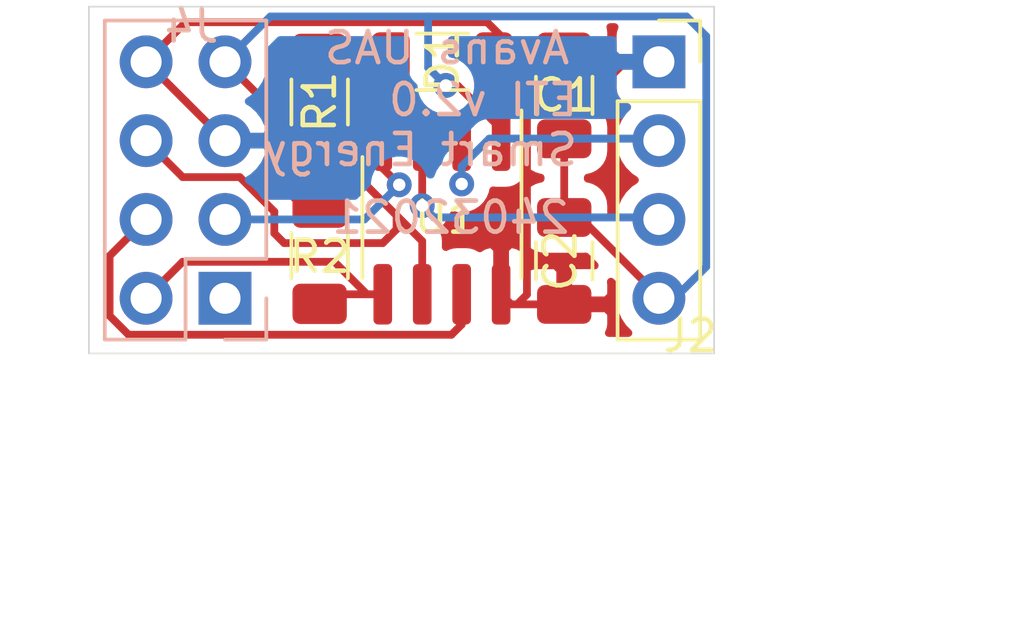
<source format=kicad_pcb>
(kicad_pcb (version 20171130) (host pcbnew "(5.1.9)-1")

  (general
    (thickness 1.6)
    (drawings 10)
    (tracks 89)
    (zones 0)
    (modules 8)
    (nets 11)
  )

  (page A4)
  (layers
    (0 F.Cu signal)
    (31 B.Cu signal)
    (32 B.Adhes user)
    (33 F.Adhes user)
    (34 B.Paste user)
    (35 F.Paste user)
    (36 B.SilkS user)
    (37 F.SilkS user)
    (38 B.Mask user)
    (39 F.Mask user)
    (40 Dwgs.User user)
    (41 Cmts.User user)
    (42 Eco1.User user)
    (43 Eco2.User user)
    (44 Edge.Cuts user)
    (45 Margin user)
    (46 B.CrtYd user)
    (47 F.CrtYd user)
    (48 B.Fab user)
    (49 F.Fab user hide)
  )

  (setup
    (last_trace_width 0.25)
    (trace_clearance 0.2)
    (zone_clearance 0.508)
    (zone_45_only no)
    (trace_min 0.2)
    (via_size 0.8)
    (via_drill 0.4)
    (via_min_size 0.4)
    (via_min_drill 0.3)
    (uvia_size 0.3)
    (uvia_drill 0.1)
    (uvias_allowed no)
    (uvia_min_size 0.2)
    (uvia_min_drill 0.1)
    (edge_width 0.05)
    (segment_width 0.2)
    (pcb_text_width 0.3)
    (pcb_text_size 1.5 1.5)
    (mod_edge_width 0.12)
    (mod_text_size 1 1)
    (mod_text_width 0.15)
    (pad_size 1.524 1.524)
    (pad_drill 0.762)
    (pad_to_mask_clearance 0.051)
    (solder_mask_min_width 0.25)
    (aux_axis_origin 0 0)
    (visible_elements 7FFFFFFF)
    (pcbplotparams
      (layerselection 0x010fc_ffffffff)
      (usegerberextensions false)
      (usegerberattributes false)
      (usegerberadvancedattributes true)
      (creategerberjobfile false)
      (excludeedgelayer false)
      (linewidth 0.100000)
      (plotframeref false)
      (viasonmask false)
      (mode 1)
      (useauxorigin true)
      (hpglpennumber 1)
      (hpglpenspeed 20)
      (hpglpendiameter 15.000000)
      (psnegative false)
      (psa4output false)
      (plotreference true)
      (plotvalue true)
      (plotinvisibletext false)
      (padsonsilk false)
      (subtractmaskfromsilk false)
      (outputformat 1)
      (mirror false)
      (drillshape 0)
      (scaleselection 1)
      (outputdirectory "gerber/"))
  )

  (net 0 "")
  (net 1 "Net-(D1-Pad2)")
  (net 2 VCC)
  (net 3 IRQ)
  (net 4 CSN)
  (net 5 CE)
  (net 6 DATA_BOTTOM_CLK)
  (net 7 DATA_BOTTOM)
  (net 8 DATA_TOP_CLK)
  (net 9 DATA_TOP)
  (net 10 MISO)

  (net_class Default "This is the default net class."
    (clearance 0.2)
    (trace_width 0.25)
    (via_dia 0.8)
    (via_drill 0.4)
    (uvia_dia 0.3)
    (uvia_drill 0.1)
    (add_net CE)
    (add_net CSN)
    (add_net DATA_BOTTOM)
    (add_net DATA_BOTTOM_CLK)
    (add_net DATA_TOP)
    (add_net DATA_TOP_CLK)
    (add_net IRQ)
    (add_net MISO)
    (add_net "Net-(D1-Pad2)")
    (add_net VCC)
  )

  (module Capacitor_SMD:C_1206_3216Metric (layer F.Cu) (tedit 5B301BBE) (tstamp 605AE9F2)
    (at 153.289 39.373 90)
    (descr "Capacitor SMD 1206 (3216 Metric), square (rectangular) end terminal, IPC_7351 nominal, (Body size source: http://www.tortai-tech.com/upload/download/2011102023233369053.pdf), generated with kicad-footprint-generator")
    (tags capacitor)
    (path /5EB59CE1)
    (attr smd)
    (fp_text reference C1 (at 0.003 0 180) (layer F.SilkS)
      (effects (font (size 1 1) (thickness 0.15)))
    )
    (fp_text value 10nF (at 0 1.82 270) (layer F.Fab)
      (effects (font (size 1 1) (thickness 0.15)))
    )
    (fp_line (start 2.28 1.12) (end -2.28 1.12) (layer F.CrtYd) (width 0.05))
    (fp_line (start 2.28 -1.12) (end 2.28 1.12) (layer F.CrtYd) (width 0.05))
    (fp_line (start -2.28 -1.12) (end 2.28 -1.12) (layer F.CrtYd) (width 0.05))
    (fp_line (start -2.28 1.12) (end -2.28 -1.12) (layer F.CrtYd) (width 0.05))
    (fp_line (start -0.602064 0.91) (end 0.602064 0.91) (layer F.SilkS) (width 0.12))
    (fp_line (start -0.602064 -0.91) (end 0.602064 -0.91) (layer F.SilkS) (width 0.12))
    (fp_line (start 1.6 0.8) (end -1.6 0.8) (layer F.Fab) (width 0.1))
    (fp_line (start 1.6 -0.8) (end 1.6 0.8) (layer F.Fab) (width 0.1))
    (fp_line (start -1.6 -0.8) (end 1.6 -0.8) (layer F.Fab) (width 0.1))
    (fp_line (start -1.6 0.8) (end -1.6 -0.8) (layer F.Fab) (width 0.1))
    (fp_text user %R (at 0 0 270) (layer F.Fab)
      (effects (font (size 0.8 0.8) (thickness 0.12)))
    )
    (pad 1 smd roundrect (at -1.4 0 90) (size 1.25 1.75) (layers F.Cu F.Paste F.Mask) (roundrect_rratio 0.2)
      (net 2 VCC))
    (pad 2 smd roundrect (at 1.4 0 90) (size 1.25 1.75) (layers F.Cu F.Paste F.Mask) (roundrect_rratio 0.2)
      (net 4 CSN))
    (model ${KISYS3DMOD}/Capacitor_SMD.3dshapes/C_1206_3216Metric.wrl
      (at (xyz 0 0 0))
      (scale (xyz 1 1 1))
      (rotate (xyz 0 0 0))
    )
  )

  (module Capacitor_SMD:C_1206_3216Metric (layer F.Cu) (tedit 5B301BBE) (tstamp 605AE9C2)
    (at 153.289 44.707 270)
    (descr "Capacitor SMD 1206 (3216 Metric), square (rectangular) end terminal, IPC_7351 nominal, (Body size source: http://www.tortai-tech.com/upload/download/2011102023233369053.pdf), generated with kicad-footprint-generator")
    (tags capacitor)
    (path /5EB5A1CC)
    (attr smd)
    (fp_text reference C2 (at -0.003 0.127 270) (layer F.SilkS)
      (effects (font (size 1 1) (thickness 0.15)))
    )
    (fp_text value 10uF (at 0 1.82 90) (layer F.Fab)
      (effects (font (size 1 1) (thickness 0.15)))
    )
    (fp_line (start 2.28 1.12) (end -2.28 1.12) (layer F.CrtYd) (width 0.05))
    (fp_line (start 2.28 -1.12) (end 2.28 1.12) (layer F.CrtYd) (width 0.05))
    (fp_line (start -2.28 -1.12) (end 2.28 -1.12) (layer F.CrtYd) (width 0.05))
    (fp_line (start -2.28 1.12) (end -2.28 -1.12) (layer F.CrtYd) (width 0.05))
    (fp_line (start -0.602064 0.91) (end 0.602064 0.91) (layer F.SilkS) (width 0.12))
    (fp_line (start -0.602064 -0.91) (end 0.602064 -0.91) (layer F.SilkS) (width 0.12))
    (fp_line (start 1.6 0.8) (end -1.6 0.8) (layer F.Fab) (width 0.1))
    (fp_line (start 1.6 -0.8) (end 1.6 0.8) (layer F.Fab) (width 0.1))
    (fp_line (start -1.6 -0.8) (end 1.6 -0.8) (layer F.Fab) (width 0.1))
    (fp_line (start -1.6 0.8) (end -1.6 -0.8) (layer F.Fab) (width 0.1))
    (fp_text user %R (at 0 0 90) (layer F.Fab)
      (effects (font (size 0.8 0.8) (thickness 0.12)))
    )
    (pad 1 smd roundrect (at -1.4 0 270) (size 1.25 1.75) (layers F.Cu F.Paste F.Mask) (roundrect_rratio 0.2)
      (net 2 VCC))
    (pad 2 smd roundrect (at 1.4 0 270) (size 1.25 1.75) (layers F.Cu F.Paste F.Mask) (roundrect_rratio 0.2)
      (net 4 CSN))
    (model ${KISYS3DMOD}/Capacitor_SMD.3dshapes/C_1206_3216Metric.wrl
      (at (xyz 0 0 0))
      (scale (xyz 1 1 1))
      (rotate (xyz 0 0 0))
    )
  )

  (module Inductor_SMD:L_1206_3216Metric_Pad1.22x1.90mm_HandSolder (layer F.Cu) (tedit 5F68FEF0) (tstamp 605AE93B)
    (at 149.3635 38.2905 180)
    (descr "Inductor SMD 1206 (3216 Metric), square (rectangular) end terminal, IPC_7351 nominal with elongated pad for handsoldering. (Body size source: IPC-SM-782 page 80, https://www.pcb-3d.com/wordpress/wp-content/uploads/ipc-sm-782a_amendment_1_and_2.pdf), generated with kicad-footprint-generator")
    (tags "inductor handsolder")
    (path /605D332F)
    (attr smd)
    (fp_text reference D1 (at -0.0115 0 270) (layer F.SilkS)
      (effects (font (size 1 1) (thickness 0.15)))
    )
    (fp_text value LED (at 0 1.9) (layer F.Fab)
      (effects (font (size 1 1) (thickness 0.15)))
    )
    (fp_line (start -1.6 0.8) (end -1.6 -0.8) (layer F.Fab) (width 0.1))
    (fp_line (start -1.6 -0.8) (end 1.6 -0.8) (layer F.Fab) (width 0.1))
    (fp_line (start 1.6 -0.8) (end 1.6 0.8) (layer F.Fab) (width 0.1))
    (fp_line (start 1.6 0.8) (end -1.6 0.8) (layer F.Fab) (width 0.1))
    (fp_line (start -0.835242 -0.91) (end 0.835242 -0.91) (layer F.SilkS) (width 0.12))
    (fp_line (start -0.835242 0.91) (end 0.835242 0.91) (layer F.SilkS) (width 0.12))
    (fp_line (start -2.52 1.2) (end -2.52 -1.2) (layer F.CrtYd) (width 0.05))
    (fp_line (start -2.52 -1.2) (end 2.52 -1.2) (layer F.CrtYd) (width 0.05))
    (fp_line (start 2.52 -1.2) (end 2.52 1.2) (layer F.CrtYd) (width 0.05))
    (fp_line (start 2.52 1.2) (end -2.52 1.2) (layer F.CrtYd) (width 0.05))
    (fp_text user %R (at 0 0) (layer F.Fab)
      (effects (font (size 0.8 0.8) (thickness 0.12)))
    )
    (pad 1 smd roundrect (at -1.6625 0 180) (size 1.225 1.9) (layers F.Cu F.Paste F.Mask) (roundrect_rratio 0.204082)
      (net 4 CSN))
    (pad 2 smd roundrect (at 1.6625 0 180) (size 1.225 1.9) (layers F.Cu F.Paste F.Mask) (roundrect_rratio 0.204082)
      (net 1 "Net-(D1-Pad2)"))
    (model ${KISYS3DMOD}/Inductor_SMD.3dshapes/L_1206_3216Metric.wrl
      (at (xyz 0 0 0))
      (scale (xyz 1 1 1))
      (rotate (xyz 0 0 0))
    )
  )

  (module Connector_PinSocket_2.54mm:PinSocket_1x04_P2.54mm_Vertical (layer F.Cu) (tedit 5A19A429) (tstamp 605AE8FD)
    (at 156.337 38.2905)
    (descr "Through hole straight socket strip, 1x04, 2.54mm pitch, single row (from Kicad 4.0.7), script generated")
    (tags "Through hole socket strip THT 1x04 2.54mm single row")
    (path /605FE1C2)
    (fp_text reference J2 (at 1.016 8.8265) (layer F.SilkS)
      (effects (font (size 1 1) (thickness 0.15)))
    )
    (fp_text value Conn_01x04_Female (at 0 10.39) (layer F.Fab)
      (effects (font (size 1 1) (thickness 0.15)))
    )
    (fp_line (start -1.8 9.4) (end -1.8 -1.8) (layer F.CrtYd) (width 0.05))
    (fp_line (start 1.75 9.4) (end -1.8 9.4) (layer F.CrtYd) (width 0.05))
    (fp_line (start 1.75 -1.8) (end 1.75 9.4) (layer F.CrtYd) (width 0.05))
    (fp_line (start -1.8 -1.8) (end 1.75 -1.8) (layer F.CrtYd) (width 0.05))
    (fp_line (start 0 -1.33) (end 1.33 -1.33) (layer F.SilkS) (width 0.12))
    (fp_line (start 1.33 -1.33) (end 1.33 0) (layer F.SilkS) (width 0.12))
    (fp_line (start 1.33 1.27) (end 1.33 8.95) (layer F.SilkS) (width 0.12))
    (fp_line (start -1.33 8.95) (end 1.33 8.95) (layer F.SilkS) (width 0.12))
    (fp_line (start -1.33 1.27) (end -1.33 8.95) (layer F.SilkS) (width 0.12))
    (fp_line (start -1.33 1.27) (end 1.33 1.27) (layer F.SilkS) (width 0.12))
    (fp_line (start -1.27 8.89) (end -1.27 -1.27) (layer F.Fab) (width 0.1))
    (fp_line (start 1.27 8.89) (end -1.27 8.89) (layer F.Fab) (width 0.1))
    (fp_line (start 1.27 -0.635) (end 1.27 8.89) (layer F.Fab) (width 0.1))
    (fp_line (start 0.635 -1.27) (end 1.27 -0.635) (layer F.Fab) (width 0.1))
    (fp_line (start -1.27 -1.27) (end 0.635 -1.27) (layer F.Fab) (width 0.1))
    (fp_text user %R (at 0 3.81 90) (layer F.Fab)
      (effects (font (size 1 1) (thickness 0.15)))
    )
    (pad 4 thru_hole oval (at 0 7.62) (size 1.7 1.7) (drill 1) (layers *.Cu *.Mask)
      (net 2 VCC))
    (pad 3 thru_hole oval (at 0 5.08) (size 1.7 1.7) (drill 1) (layers *.Cu *.Mask)
      (net 8 DATA_TOP_CLK))
    (pad 2 thru_hole oval (at 0 2.54) (size 1.7 1.7) (drill 1) (layers *.Cu *.Mask)
      (net 9 DATA_TOP))
    (pad 1 thru_hole rect (at 0 0) (size 1.7 1.7) (drill 1) (layers *.Cu *.Mask)
      (net 4 CSN))
    (model ${KISYS3DMOD}/Connector_PinSocket_2.54mm.3dshapes/PinSocket_1x04_P2.54mm_Vertical.wrl
      (at (xyz 0 0 0))
      (scale (xyz 1 1 1))
      (rotate (xyz 0 0 0))
    )
  )

  (module Resistor_SMD:R_1206_3216Metric_Pad1.30x1.75mm_HandSolder (layer F.Cu) (tedit 5F68FEEE) (tstamp 605AE896)
    (at 145.415 39.5865 270)
    (descr "Resistor SMD 1206 (3216 Metric), square (rectangular) end terminal, IPC_7351 nominal with elongated pad for handsoldering. (Body size source: IPC-SM-782 page 72, https://www.pcb-3d.com/wordpress/wp-content/uploads/ipc-sm-782a_amendment_1_and_2.pdf), generated with kicad-footprint-generator")
    (tags "resistor handsolder")
    (path /605D300C)
    (attr smd)
    (fp_text reference R1 (at 0 0 90) (layer F.SilkS)
      (effects (font (size 1 1) (thickness 0.15)))
    )
    (fp_text value 220 (at 0 1.82 90) (layer F.Fab)
      (effects (font (size 1 1) (thickness 0.15)))
    )
    (fp_line (start 2.45 1.12) (end -2.45 1.12) (layer F.CrtYd) (width 0.05))
    (fp_line (start 2.45 -1.12) (end 2.45 1.12) (layer F.CrtYd) (width 0.05))
    (fp_line (start -2.45 -1.12) (end 2.45 -1.12) (layer F.CrtYd) (width 0.05))
    (fp_line (start -2.45 1.12) (end -2.45 -1.12) (layer F.CrtYd) (width 0.05))
    (fp_line (start -0.727064 0.91) (end 0.727064 0.91) (layer F.SilkS) (width 0.12))
    (fp_line (start -0.727064 -0.91) (end 0.727064 -0.91) (layer F.SilkS) (width 0.12))
    (fp_line (start 1.6 0.8) (end -1.6 0.8) (layer F.Fab) (width 0.1))
    (fp_line (start 1.6 -0.8) (end 1.6 0.8) (layer F.Fab) (width 0.1))
    (fp_line (start -1.6 -0.8) (end 1.6 -0.8) (layer F.Fab) (width 0.1))
    (fp_line (start -1.6 0.8) (end -1.6 -0.8) (layer F.Fab) (width 0.1))
    (fp_text user %R (at 0 0 90) (layer F.Fab)
      (effects (font (size 0.8 0.8) (thickness 0.12)))
    )
    (pad 2 smd roundrect (at 1.55 0 270) (size 1.3 1.75) (layers F.Cu F.Paste F.Mask) (roundrect_rratio 0.192308)
      (net 5 CE))
    (pad 1 smd roundrect (at -1.55 0 270) (size 1.3 1.75) (layers F.Cu F.Paste F.Mask) (roundrect_rratio 0.192308)
      (net 1 "Net-(D1-Pad2)"))
    (model ${KISYS3DMOD}/Resistor_SMD.3dshapes/R_1206_3216Metric.wrl
      (at (xyz 0 0 0))
      (scale (xyz 1 1 1))
      (rotate (xyz 0 0 0))
    )
  )

  (module Resistor_SMD:R_1206_3216Metric_Pad1.30x1.75mm_HandSolder (layer F.Cu) (tedit 5F68FEEE) (tstamp 605AE8C6)
    (at 145.415 44.5395 90)
    (descr "Resistor SMD 1206 (3216 Metric), square (rectangular) end terminal, IPC_7351 nominal with elongated pad for handsoldering. (Body size source: IPC-SM-782 page 72, https://www.pcb-3d.com/wordpress/wp-content/uploads/ipc-sm-782a_amendment_1_and_2.pdf), generated with kicad-footprint-generator")
    (tags "resistor handsolder")
    (path /605C3635)
    (attr smd)
    (fp_text reference R2 (at -0.026 0 180) (layer F.SilkS)
      (effects (font (size 1 1) (thickness 0.15)))
    )
    (fp_text value 100k (at 0 1.82 90) (layer F.Fab)
      (effects (font (size 1 1) (thickness 0.15)))
    )
    (fp_line (start -1.6 0.8) (end -1.6 -0.8) (layer F.Fab) (width 0.1))
    (fp_line (start -1.6 -0.8) (end 1.6 -0.8) (layer F.Fab) (width 0.1))
    (fp_line (start 1.6 -0.8) (end 1.6 0.8) (layer F.Fab) (width 0.1))
    (fp_line (start 1.6 0.8) (end -1.6 0.8) (layer F.Fab) (width 0.1))
    (fp_line (start -0.727064 -0.91) (end 0.727064 -0.91) (layer F.SilkS) (width 0.12))
    (fp_line (start -0.727064 0.91) (end 0.727064 0.91) (layer F.SilkS) (width 0.12))
    (fp_line (start -2.45 1.12) (end -2.45 -1.12) (layer F.CrtYd) (width 0.05))
    (fp_line (start -2.45 -1.12) (end 2.45 -1.12) (layer F.CrtYd) (width 0.05))
    (fp_line (start 2.45 -1.12) (end 2.45 1.12) (layer F.CrtYd) (width 0.05))
    (fp_line (start 2.45 1.12) (end -2.45 1.12) (layer F.CrtYd) (width 0.05))
    (fp_text user %R (at 0 0 90) (layer F.Fab)
      (effects (font (size 0.8 0.8) (thickness 0.12)))
    )
    (pad 1 smd roundrect (at -1.55 0 90) (size 1.3 1.75) (layers F.Cu F.Paste F.Mask) (roundrect_rratio 0.192308)
      (net 10 MISO))
    (pad 2 smd roundrect (at 1.55 0 90) (size 1.3 1.75) (layers F.Cu F.Paste F.Mask) (roundrect_rratio 0.192308)
      (net 2 VCC))
    (model ${KISYS3DMOD}/Resistor_SMD.3dshapes/R_1206_3216Metric.wrl
      (at (xyz 0 0 0))
      (scale (xyz 1 1 1))
      (rotate (xyz 0 0 0))
    )
  )

  (module Package_SO:SOIC-8_3.9x4.9mm_P1.27mm (layer F.Cu) (tedit 5D9F72B1) (tstamp 605AE854)
    (at 149.352 43.307 270)
    (descr "SOIC, 8 Pin (JEDEC MS-012AA, https://www.analog.com/media/en/package-pcb-resources/package/pkg_pdf/soic_narrow-r/r_8.pdf), generated with kicad-footprint-generator ipc_gullwing_generator.py")
    (tags "SOIC SO")
    (path /605A875E)
    (attr smd)
    (fp_text reference U1 (at 0 -0.127 180) (layer F.SilkS)
      (effects (font (size 1 1) (thickness 0.15)))
    )
    (fp_text value ATtiny202-SS (at 0 3.4 90) (layer F.Fab)
      (effects (font (size 1 1) (thickness 0.15)))
    )
    (fp_line (start 0 2.56) (end 1.95 2.56) (layer F.SilkS) (width 0.12))
    (fp_line (start 0 2.56) (end -1.95 2.56) (layer F.SilkS) (width 0.12))
    (fp_line (start 0 -2.56) (end 1.95 -2.56) (layer F.SilkS) (width 0.12))
    (fp_line (start 0 -2.56) (end -3.45 -2.56) (layer F.SilkS) (width 0.12))
    (fp_line (start -0.975 -2.45) (end 1.95 -2.45) (layer F.Fab) (width 0.1))
    (fp_line (start 1.95 -2.45) (end 1.95 2.45) (layer F.Fab) (width 0.1))
    (fp_line (start 1.95 2.45) (end -1.95 2.45) (layer F.Fab) (width 0.1))
    (fp_line (start -1.95 2.45) (end -1.95 -1.475) (layer F.Fab) (width 0.1))
    (fp_line (start -1.95 -1.475) (end -0.975 -2.45) (layer F.Fab) (width 0.1))
    (fp_line (start -3.7 -2.7) (end -3.7 2.7) (layer F.CrtYd) (width 0.05))
    (fp_line (start -3.7 2.7) (end 3.7 2.7) (layer F.CrtYd) (width 0.05))
    (fp_line (start 3.7 2.7) (end 3.7 -2.7) (layer F.CrtYd) (width 0.05))
    (fp_line (start 3.7 -2.7) (end -3.7 -2.7) (layer F.CrtYd) (width 0.05))
    (fp_text user %R (at 0 0 90) (layer F.Fab)
      (effects (font (size 0.98 0.98) (thickness 0.15)))
    )
    (pad 1 smd roundrect (at -2.475 -1.905 270) (size 1.95 0.6) (layers F.Cu F.Paste F.Mask) (roundrect_rratio 0.25)
      (net 2 VCC))
    (pad 2 smd roundrect (at -2.475 -0.635 270) (size 1.95 0.6) (layers F.Cu F.Paste F.Mask) (roundrect_rratio 0.25)
      (net 9 DATA_TOP))
    (pad 3 smd roundrect (at -2.475 0.635 270) (size 1.95 0.6) (layers F.Cu F.Paste F.Mask) (roundrect_rratio 0.25)
      (net 8 DATA_TOP_CLK))
    (pad 4 smd roundrect (at -2.475 1.905 270) (size 1.95 0.6) (layers F.Cu F.Paste F.Mask) (roundrect_rratio 0.25)
      (net 7 DATA_BOTTOM))
    (pad 5 smd roundrect (at 2.475 1.905 270) (size 1.95 0.6) (layers F.Cu F.Paste F.Mask) (roundrect_rratio 0.25)
      (net 10 MISO))
    (pad 6 smd roundrect (at 2.475 0.635 270) (size 1.95 0.6) (layers F.Cu F.Paste F.Mask) (roundrect_rratio 0.25)
      (net 5 CE))
    (pad 7 smd roundrect (at 2.475 -0.635 270) (size 1.95 0.6) (layers F.Cu F.Paste F.Mask) (roundrect_rratio 0.25)
      (net 6 DATA_BOTTOM_CLK))
    (pad 8 smd roundrect (at 2.475 -1.905 270) (size 1.95 0.6) (layers F.Cu F.Paste F.Mask) (roundrect_rratio 0.25)
      (net 4 CSN))
    (model ${KISYS3DMOD}/Package_SO.3dshapes/SOIC-8_3.9x4.9mm_P1.27mm.wrl
      (at (xyz 0 0 0))
      (scale (xyz 1 1 1))
      (rotate (xyz 0 0 0))
    )
  )

  (module Connector_PinSocket_2.54mm:PinSocket_2x04_P2.54mm_Vertical (layer B.Cu) (tedit 5A19A422) (tstamp 605AE978)
    (at 142.367 45.9105)
    (descr "Through hole straight socket strip, 2x04, 2.54mm pitch, double cols (from Kicad 4.0.7), script generated")
    (tags "Through hole socket strip THT 2x04 2.54mm double row")
    (path /5EB66DC4)
    (fp_text reference J4 (at -1.0795 -8.763) (layer B.SilkS)
      (effects (font (size 1 1) (thickness 0.15)) (justify mirror))
    )
    (fp_text value Conn_02x04_Odd_Even (at 1.3335 9.7155) (layer B.Fab)
      (effects (font (size 1 1) (thickness 0.15)) (justify mirror))
    )
    (fp_line (start -3.81 1.27) (end 0.27 1.27) (layer B.Fab) (width 0.1))
    (fp_line (start 0.27 1.27) (end 1.27 0.27) (layer B.Fab) (width 0.1))
    (fp_line (start 1.27 0.27) (end 1.27 -8.89) (layer B.Fab) (width 0.1))
    (fp_line (start 1.27 -8.89) (end -3.81 -8.89) (layer B.Fab) (width 0.1))
    (fp_line (start -3.81 -8.89) (end -3.81 1.27) (layer B.Fab) (width 0.1))
    (fp_line (start -3.87 1.33) (end -1.27 1.33) (layer B.SilkS) (width 0.12))
    (fp_line (start -3.87 1.33) (end -3.87 -8.95) (layer B.SilkS) (width 0.12))
    (fp_line (start -3.87 -8.95) (end 1.33 -8.95) (layer B.SilkS) (width 0.12))
    (fp_line (start 1.33 -1.27) (end 1.33 -8.95) (layer B.SilkS) (width 0.12))
    (fp_line (start -1.27 -1.27) (end 1.33 -1.27) (layer B.SilkS) (width 0.12))
    (fp_line (start -1.27 1.33) (end -1.27 -1.27) (layer B.SilkS) (width 0.12))
    (fp_line (start 1.33 1.33) (end 1.33 0) (layer B.SilkS) (width 0.12))
    (fp_line (start 0 1.33) (end 1.33 1.33) (layer B.SilkS) (width 0.12))
    (fp_line (start -4.34 1.8) (end 1.76 1.8) (layer B.CrtYd) (width 0.05))
    (fp_line (start 1.76 1.8) (end 1.76 -9.4) (layer B.CrtYd) (width 0.05))
    (fp_line (start 1.76 -9.4) (end -4.34 -9.4) (layer B.CrtYd) (width 0.05))
    (fp_line (start -4.34 -9.4) (end -4.34 1.8) (layer B.CrtYd) (width 0.05))
    (fp_text user %R (at -1.27 -3.81 270) (layer B.Fab)
      (effects (font (size 1 1) (thickness 0.15)) (justify mirror))
    )
    (pad 1 thru_hole rect (at 0 0) (size 1.7 1.7) (drill 1) (layers *.Cu *.Mask)
      (net 3 IRQ))
    (pad 2 thru_hole oval (at -2.54 0) (size 1.7 1.7) (drill 1) (layers *.Cu *.Mask)
      (net 10 MISO))
    (pad 3 thru_hole oval (at 0 -2.54) (size 1.7 1.7) (drill 1) (layers *.Cu *.Mask)
      (net 7 DATA_BOTTOM))
    (pad 4 thru_hole oval (at -2.54 -2.54) (size 1.7 1.7) (drill 1) (layers *.Cu *.Mask)
      (net 6 DATA_BOTTOM_CLK))
    (pad 5 thru_hole oval (at 0 -5.08) (size 1.7 1.7) (drill 1) (layers *.Cu *.Mask)
      (net 4 CSN))
    (pad 6 thru_hole oval (at -2.54 -5.08) (size 1.7 1.7) (drill 1) (layers *.Cu *.Mask)
      (net 5 CE))
    (pad 7 thru_hole oval (at 0 -7.62) (size 1.7 1.7) (drill 1) (layers *.Cu *.Mask)
      (net 2 VCC))
    (pad 8 thru_hole oval (at -2.54 -7.62) (size 1.7 1.7) (drill 1) (layers *.Cu *.Mask)
      (net 4 CSN))
    (model ${KISYS3DMOD}/Connector_PinSocket_2.54mm.3dshapes/PinSocket_2x04_P2.54mm_Vertical.wrl
      (at (xyz 0 0 0))
      (scale (xyz 1 1 1))
      (rotate (xyz 0 0 0))
    )
  )

  (dimension 11.198035 (width 0.15) (layer Dwgs.User)
    (gr_text "11,198 mm" (at 164.443503 42.07364 -89.85673527) (layer Dwgs.User)
      (effects (font (size 1 1) (thickness 0.15)))
    )
    (feature1 (pts (xy 158.087 36.4905) (xy 163.715926 36.476425)))
    (feature2 (pts (xy 158.115 47.6885) (xy 163.743926 47.674425)))
    (crossbar (pts (xy 163.157507 47.675891) (xy 163.129507 36.477891)))
    (arrow1a (pts (xy 163.129507 36.477891) (xy 163.718743 37.602925)))
    (arrow1b (pts (xy 163.129507 36.477891) (xy 162.545905 37.605858)))
    (arrow2a (pts (xy 163.157507 47.675891) (xy 163.741109 46.547924)))
    (arrow2b (pts (xy 163.157507 47.675891) (xy 162.568271 46.550857)))
  )
  (dimension 20.1295 (width 0.15) (layer Dwgs.User)
    (gr_text "20,130 mm" (at 148.05025 51.465) (layer Dwgs.User)
      (effects (font (size 1 1) (thickness 0.15)))
    )
    (feature1 (pts (xy 158.115 47.6885) (xy 158.115 50.751421)))
    (feature2 (pts (xy 137.9855 47.6885) (xy 137.9855 50.751421)))
    (crossbar (pts (xy 137.9855 50.165) (xy 158.115 50.165)))
    (arrow1a (pts (xy 158.115 50.165) (xy 156.988496 50.751421)))
    (arrow1b (pts (xy 158.115 50.165) (xy 156.988496 49.578579)))
    (arrow2a (pts (xy 137.9855 50.165) (xy 139.112004 50.751421)))
    (arrow2b (pts (xy 137.9855 50.165) (xy 139.112004 49.578579)))
  )
  (gr_line (start 137.9855 36.5125) (end 138.049 36.5125) (layer Edge.Cuts) (width 0.05) (tstamp 605AEE23))
  (gr_line (start 137.9855 47.6885) (end 137.9855 36.5125) (layer Edge.Cuts) (width 0.05))
  (gr_line (start 158.115 47.6885) (end 137.9855 47.6885) (layer Edge.Cuts) (width 0.05))
  (gr_line (start 158.115 36.5125) (end 158.115 47.6885) (layer Edge.Cuts) (width 0.05))
  (gr_line (start 138.049 36.5125) (end 158.115 36.5125) (layer Edge.Cuts) (width 0.05))
  (gr_text "ETI v2.0\nSmart Energy" (at 153.797 40.3225) (layer B.SilkS) (tstamp 5EB72784)
    (effects (font (size 1 1) (thickness 0.15)) (justify left mirror))
  )
  (gr_text 24032021 (at 153.543 43.307) (layer B.SilkS) (tstamp 5EB72782)
    (effects (font (size 1 1) (thickness 0.15)) (justify left mirror))
  )
  (gr_text "Avans UAS" (at 153.543 37.846) (layer B.SilkS)
    (effects (font (size 1 1) (thickness 0.15)) (justify left mirror))
  )

  (segment (start 147.447 38.0365) (end 147.701 38.2905) (width 0.25) (layer F.Cu) (net 1))
  (segment (start 145.415 38.0365) (end 147.447 38.0365) (width 0.25) (layer F.Cu) (net 1))
  (segment (start 153.289 40.773) (end 153.289 43.307) (width 0.25) (layer F.Cu) (net 2))
  (segment (start 153.797 43.307) (end 153.289 43.307) (width 0.25) (layer F.Cu) (net 2))
  (segment (start 156.337 45.847) (end 153.797 43.307) (width 0.25) (layer F.Cu) (net 2))
  (segment (start 144.907 42.9895) (end 145.415 42.9895) (width 0.25) (layer F.Cu) (net 2))
  (segment (start 143.8275 39.751) (end 143.8275 41.91) (width 0.25) (layer F.Cu) (net 2))
  (segment (start 143.8275 41.91) (end 144.907 42.9895) (width 0.25) (layer F.Cu) (net 2))
  (segment (start 142.367 38.2905) (end 143.8275 39.751) (width 0.25) (layer F.Cu) (net 2))
  (segment (start 143.8275 36.83) (end 142.367 38.2905) (width 0.25) (layer B.Cu) (net 2))
  (segment (start 157.861 37.465) (end 157.226 36.83) (width 0.25) (layer B.Cu) (net 2))
  (segment (start 157.861 44.7675) (end 157.861 44.8945) (width 0.25) (layer B.Cu) (net 2))
  (segment (start 157.861 44.7675) (end 157.861 37.465) (width 0.25) (layer B.Cu) (net 2))
  (segment (start 156.9085 45.847) (end 156.337 45.847) (width 0.25) (layer B.Cu) (net 2))
  (segment (start 156.845 45.9105) (end 157.48 45.2755) (width 0.25) (layer B.Cu) (net 2))
  (segment (start 156.337 45.9105) (end 156.845 45.9105) (width 0.25) (layer B.Cu) (net 2))
  (segment (start 157.48 45.2755) (end 156.9085 45.847) (width 0.25) (layer B.Cu) (net 2))
  (segment (start 157.861 44.8945) (end 157.48 45.2755) (width 0.25) (layer B.Cu) (net 2))
  (via (at 149.479 39.0525) (size 0.8) (drill 0.4) (layers F.Cu B.Cu) (net 2))
  (segment (start 148.9075 36.83) (end 148.9075 38.481) (width 0.25) (layer B.Cu) (net 2))
  (segment (start 148.9075 38.481) (end 149.479 39.0525) (width 0.25) (layer B.Cu) (net 2))
  (segment (start 157.226 36.83) (end 148.9075 36.83) (width 0.25) (layer B.Cu) (net 2))
  (segment (start 148.9075 36.83) (end 143.8275 36.83) (width 0.25) (layer B.Cu) (net 2))
  (segment (start 151.257 40.455232) (end 151.257 40.832) (width 0.25) (layer F.Cu) (net 2))
  (segment (start 149.854268 39.0525) (end 151.257 40.455232) (width 0.25) (layer F.Cu) (net 2))
  (segment (start 149.479 39.0525) (end 149.854268 39.0525) (width 0.25) (layer F.Cu) (net 2))
  (segment (start 152.9715 38.2905) (end 153.289 37.973) (width 0.25) (layer F.Cu) (net 4))
  (segment (start 151.582 46.107) (end 151.257 45.782) (width 0.25) (layer F.Cu) (net 4))
  (segment (start 156.337 38.227) (end 155.321 38.227) (width 0.25) (layer F.Cu) (net 4))
  (segment (start 152.8445 39.1795) (end 151.9555 38.2905) (width 0.25) (layer F.Cu) (net 4))
  (segment (start 154.3685 39.1795) (end 152.8445 39.1795) (width 0.25) (layer F.Cu) (net 4))
  (segment (start 151.026 38.2905) (end 151.9555 38.2905) (width 0.25) (layer F.Cu) (net 4))
  (segment (start 152.08899 45.78901) (end 151.771 46.107) (width 0.25) (layer F.Cu) (net 4))
  (segment (start 152.08899 39.93501) (end 152.08899 45.78901) (width 0.25) (layer F.Cu) (net 4))
  (segment (start 152.8445 39.1795) (end 152.08899 39.93501) (width 0.25) (layer F.Cu) (net 4))
  (segment (start 151.771 46.107) (end 151.582 46.107) (width 0.25) (layer F.Cu) (net 4))
  (segment (start 153.289 46.107) (end 151.771 46.107) (width 0.25) (layer F.Cu) (net 4))
  (segment (start 142.367 40.8305) (end 139.827 38.2905) (width 0.25) (layer F.Cu) (net 4))
  (segment (start 150.80749 37.01549) (end 152.0825 38.2905) (width 0.25) (layer F.Cu) (net 4))
  (segment (start 139.827 38.2905) (end 141.10201 37.01549) (width 0.25) (layer F.Cu) (net 4))
  (segment (start 141.10201 37.01549) (end 150.80749 37.01549) (width 0.25) (layer F.Cu) (net 4))
  (segment (start 152.0825 38.2905) (end 152.9715 38.2905) (width 0.25) (layer F.Cu) (net 4))
  (segment (start 151.9555 38.2905) (end 152.0825 38.2905) (width 0.25) (layer F.Cu) (net 4))
  (segment (start 154.3685 39.1795) (end 155.321 38.227) (width 0.25) (layer F.Cu) (net 4))
  (segment (start 156.2735 38.227) (end 156.337 38.2905) (width 0.25) (layer F.Cu) (net 4))
  (segment (start 155.321 38.227) (end 156.2735 38.227) (width 0.25) (layer F.Cu) (net 4))
  (segment (start 145.415 41.1365) (end 145.7845 41.1365) (width 0.25) (layer F.Cu) (net 5))
  (segment (start 148.717 44.069) (end 148.717 45.782) (width 0.25) (layer F.Cu) (net 5))
  (segment (start 147.8915 43.2435) (end 148.717 44.069) (width 0.25) (layer F.Cu) (net 5))
  (segment (start 145.7845 41.1365) (end 147.8915 43.2435) (width 0.25) (layer F.Cu) (net 5))
  (segment (start 147.447 44.1325) (end 147.8915 43.688) (width 0.25) (layer F.Cu) (net 5))
  (segment (start 144.272 44.1325) (end 147.447 44.1325) (width 0.25) (layer F.Cu) (net 5))
  (segment (start 142.843501 42.005501) (end 143.9545 43.1165) (width 0.25) (layer F.Cu) (net 5))
  (segment (start 147.8915 43.688) (end 147.8915 43.2435) (width 0.25) (layer F.Cu) (net 5))
  (segment (start 143.9545 43.1165) (end 143.9545 43.815) (width 0.25) (layer F.Cu) (net 5))
  (segment (start 141.002001 42.005501) (end 142.843501 42.005501) (width 0.25) (layer F.Cu) (net 5))
  (segment (start 143.9545 43.815) (end 144.272 44.1325) (width 0.25) (layer F.Cu) (net 5))
  (segment (start 139.827 40.8305) (end 141.002001 42.005501) (width 0.25) (layer F.Cu) (net 5))
  (segment (start 149.658499 47.085501) (end 149.987 46.757) (width 0.25) (layer F.Cu) (net 6))
  (segment (start 149.987 46.757) (end 149.987 45.782) (width 0.25) (layer F.Cu) (net 6))
  (segment (start 139.262999 47.085501) (end 149.658499 47.085501) (width 0.25) (layer F.Cu) (net 6))
  (segment (start 138.651999 46.474501) (end 139.262999 47.085501) (width 0.25) (layer F.Cu) (net 6))
  (segment (start 138.651999 44.545501) (end 138.651999 46.474501) (width 0.25) (layer F.Cu) (net 6))
  (segment (start 139.827 43.3705) (end 138.651999 44.545501) (width 0.25) (layer F.Cu) (net 6))
  (via (at 147.977059 42.253326) (size 0.8) (drill 0.4) (layers F.Cu B.Cu) (net 7))
  (segment (start 147.447 41.723267) (end 147.977059 42.253326) (width 0.25) (layer F.Cu) (net 7))
  (segment (start 147.447 40.832) (end 147.447 41.723267) (width 0.25) (layer F.Cu) (net 7))
  (segment (start 146.859885 43.3705) (end 142.367 43.3705) (width 0.25) (layer B.Cu) (net 7))
  (segment (start 147.977059 42.253326) (end 146.859885 43.3705) (width 0.25) (layer B.Cu) (net 7))
  (via (at 148.717 42.926) (size 0.8) (drill 0.4) (layers F.Cu B.Cu) (net 8))
  (segment (start 148.717 40.832) (end 148.717 42.926) (width 0.25) (layer F.Cu) (net 8))
  (segment (start 149.098 43.307) (end 156.337 43.307) (width 0.25) (layer B.Cu) (net 8))
  (segment (start 148.717 42.926) (end 149.098 43.307) (width 0.25) (layer B.Cu) (net 8))
  (segment (start 156.2735 43.307) (end 156.337 43.3705) (width 0.25) (layer B.Cu) (net 8))
  (segment (start 149.098 43.307) (end 156.2735 43.307) (width 0.25) (layer B.Cu) (net 8))
  (via (at 149.987 42.2275) (size 0.8) (drill 0.4) (layers F.Cu B.Cu) (net 9))
  (segment (start 149.987 40.832) (end 149.987 42.2275) (width 0.25) (layer F.Cu) (net 9))
  (segment (start 149.987 42.2275) (end 149.987 41.656) (width 0.25) (layer B.Cu) (net 9))
  (segment (start 150.876 40.767) (end 156.337 40.767) (width 0.25) (layer B.Cu) (net 9))
  (segment (start 149.987 41.656) (end 150.876 40.767) (width 0.25) (layer B.Cu) (net 9))
  (segment (start 156.2735 40.767) (end 156.337 40.8305) (width 0.25) (layer B.Cu) (net 9))
  (segment (start 150.876 40.767) (end 156.2735 40.767) (width 0.25) (layer B.Cu) (net 9))
  (segment (start 145.7225 45.782) (end 145.415 46.0895) (width 0.25) (layer F.Cu) (net 10))
  (segment (start 146.9405 45.782) (end 146.9375 45.782) (width 0.25) (layer F.Cu) (net 10))
  (segment (start 147.447 45.782) (end 146.9405 45.782) (width 0.25) (layer F.Cu) (net 10))
  (segment (start 146.9405 45.782) (end 145.7225 45.782) (width 0.25) (layer F.Cu) (net 10))
  (segment (start 141.002001 44.735499) (end 139.827 45.9105) (width 0.25) (layer F.Cu) (net 10))
  (segment (start 145.890999 44.735499) (end 141.002001 44.735499) (width 0.25) (layer F.Cu) (net 10))
  (segment (start 146.9375 45.782) (end 145.890999 44.735499) (width 0.25) (layer F.Cu) (net 10))

  (zone (net 4) (net_name CSN) (layer F.Cu) (tstamp 0) (hatch edge 0.508)
    (connect_pads (clearance 0.508))
    (min_thickness 0.254)
    (fill yes (arc_segments 32) (thermal_gap 0.508) (thermal_bridge_width 0.508))
    (polygon
      (pts
        (xy 158.115 47.6885) (xy 137.9855 47.6885) (xy 137.9855 36.5125) (xy 158.115 36.5125)
      )
    )
    (filled_polygon
      (pts
        (xy 152.170614 41.886405) (xy 152.32415 41.968472) (xy 152.490746 42.019008) (xy 152.529 42.022776) (xy 152.529001 42.057224)
        (xy 152.490746 42.060992) (xy 152.32415 42.111528) (xy 152.170614 42.193595) (xy 152.036038 42.304038) (xy 151.925595 42.438614)
        (xy 151.843528 42.59215) (xy 151.792992 42.758746) (xy 151.775928 42.932) (xy 151.775928 43.682) (xy 151.792992 43.855254)
        (xy 151.843528 44.02185) (xy 151.925595 44.175386) (xy 152.036038 44.309962) (xy 152.170614 44.420405) (xy 152.32415 44.502472)
        (xy 152.490746 44.553008) (xy 152.664 44.570072) (xy 153.914 44.570072) (xy 153.97888 44.563682) (xy 154.269519 44.85432)
        (xy 154.164 44.843928) (xy 153.57475 44.847) (xy 153.416 45.00575) (xy 153.416 45.98) (xy 154.64025 45.98)
        (xy 154.799 45.82125) (xy 154.802072 45.482) (xy 154.79168 45.376482) (xy 154.906326 45.491128) (xy 154.852 45.76424)
        (xy 154.852 46.05676) (xy 154.909068 46.343658) (xy 155.02101 46.613911) (xy 155.183525 46.857132) (xy 155.354893 47.0285)
        (xy 154.725536 47.0285) (xy 154.753502 46.97618) (xy 154.789812 46.856482) (xy 154.802072 46.732) (xy 154.799 46.39275)
        (xy 154.64025 46.234) (xy 153.416 46.234) (xy 153.416 46.254) (xy 153.162 46.254) (xy 153.162 46.234)
        (xy 153.142 46.234) (xy 153.142 45.98) (xy 153.162 45.98) (xy 153.162 45.00575) (xy 153.00325 44.847)
        (xy 152.414 44.843928) (xy 152.289518 44.856188) (xy 152.194725 44.884943) (xy 152.195072 44.807) (xy 152.182812 44.682518)
        (xy 152.146502 44.56282) (xy 152.087537 44.452506) (xy 152.008185 44.355815) (xy 151.911494 44.276463) (xy 151.80118 44.217498)
        (xy 151.681482 44.181188) (xy 151.557 44.168928) (xy 151.54275 44.172) (xy 151.384 44.33075) (xy 151.384 45.655)
        (xy 151.404 45.655) (xy 151.404 45.909) (xy 151.384 45.909) (xy 151.384 45.929) (xy 151.13 45.929)
        (xy 151.13 45.909) (xy 151.11 45.909) (xy 151.11 45.655) (xy 151.13 45.655) (xy 151.13 44.33075)
        (xy 150.97125 44.172) (xy 150.957 44.168928) (xy 150.832518 44.181188) (xy 150.71282 44.217498) (xy 150.602506 44.276463)
        (xy 150.572936 44.30073) (xy 150.438582 44.228916) (xy 150.290745 44.184071) (xy 150.137 44.168928) (xy 149.837 44.168928)
        (xy 149.683255 44.184071) (xy 149.535418 44.228916) (xy 149.477 44.260141) (xy 149.477 44.106322) (xy 149.480676 44.068999)
        (xy 149.477 44.031676) (xy 149.477 44.031667) (xy 149.466003 43.920014) (xy 149.422546 43.776753) (xy 149.390295 43.716416)
        (xy 149.520937 43.585774) (xy 149.634205 43.416256) (xy 149.712141 43.228104) (xy 149.885061 43.2625) (xy 150.088939 43.2625)
        (xy 150.288898 43.222726) (xy 150.477256 43.144705) (xy 150.646774 43.031437) (xy 150.790937 42.887274) (xy 150.904205 42.717756)
        (xy 150.982226 42.529398) (xy 151.001075 42.434639) (xy 151.107 42.445072) (xy 151.407 42.445072) (xy 151.560745 42.429929)
        (xy 151.708582 42.385084) (xy 151.844829 42.312258) (xy 151.964251 42.214251) (xy 152.062258 42.094829) (xy 152.135084 41.958582)
        (xy 152.159696 41.877445)
      )
    )
    (filled_polygon
      (pts
        (xy 154.897498 37.19632) (xy 154.861188 37.316018) (xy 154.848928 37.4405) (xy 154.852 38.00475) (xy 155.01075 38.1635)
        (xy 156.21 38.1635) (xy 156.21 38.1435) (xy 156.464 38.1435) (xy 156.464 38.1635) (xy 156.484 38.1635)
        (xy 156.484 38.4175) (xy 156.464 38.4175) (xy 156.464 38.4375) (xy 156.21 38.4375) (xy 156.21 38.4175)
        (xy 155.01075 38.4175) (xy 154.852 38.57625) (xy 154.848928 39.1405) (xy 154.861188 39.264982) (xy 154.897498 39.38468)
        (xy 154.956463 39.494994) (xy 155.035815 39.591685) (xy 155.132506 39.671037) (xy 155.24282 39.730002) (xy 155.31538 39.752013)
        (xy 155.183525 39.883868) (xy 155.02101 40.127089) (xy 154.909068 40.397342) (xy 154.852 40.68424) (xy 154.852 40.97676)
        (xy 154.909068 41.263658) (xy 155.02101 41.533911) (xy 155.183525 41.777132) (xy 155.390368 41.983975) (xy 155.56476 42.1005)
        (xy 155.390368 42.217025) (xy 155.183525 42.423868) (xy 155.02101 42.667089) (xy 154.909068 42.937342) (xy 154.852 43.22424)
        (xy 154.852 43.287199) (xy 154.802072 43.237271) (xy 154.802072 42.932) (xy 154.785008 42.758746) (xy 154.734472 42.59215)
        (xy 154.652405 42.438614) (xy 154.541962 42.304038) (xy 154.407386 42.193595) (xy 154.25385 42.111528) (xy 154.087254 42.060992)
        (xy 154.049 42.057224) (xy 154.049 42.022776) (xy 154.087254 42.019008) (xy 154.25385 41.968472) (xy 154.407386 41.886405)
        (xy 154.541962 41.775962) (xy 154.652405 41.641386) (xy 154.734472 41.48785) (xy 154.785008 41.321254) (xy 154.802072 41.148)
        (xy 154.802072 40.398) (xy 154.785008 40.224746) (xy 154.734472 40.05815) (xy 154.652405 39.904614) (xy 154.541962 39.770038)
        (xy 154.407386 39.659595) (xy 154.25385 39.577528) (xy 154.087254 39.526992) (xy 153.914 39.509928) (xy 152.664 39.509928)
        (xy 152.490746 39.526992) (xy 152.32415 39.577528) (xy 152.170614 39.659595) (xy 152.128893 39.693835) (xy 152.112732 39.663601)
        (xy 152.169037 39.594994) (xy 152.228002 39.48468) (xy 152.264312 39.364982) (xy 152.276572 39.2405) (xy 152.276477 39.219856)
        (xy 152.289518 39.223812) (xy 152.414 39.236072) (xy 153.00325 39.233) (xy 153.162 39.07425) (xy 153.162 38.1)
        (xy 153.416 38.1) (xy 153.416 39.07425) (xy 153.57475 39.233) (xy 154.164 39.236072) (xy 154.288482 39.223812)
        (xy 154.40818 39.187502) (xy 154.518494 39.128537) (xy 154.615185 39.049185) (xy 154.694537 38.952494) (xy 154.753502 38.84218)
        (xy 154.789812 38.722482) (xy 154.802072 38.598) (xy 154.799 38.25875) (xy 154.64025 38.1) (xy 153.416 38.1)
        (xy 153.162 38.1) (xy 153.142 38.1) (xy 153.142 37.846) (xy 153.162 37.846) (xy 153.162 37.826)
        (xy 153.416 37.826) (xy 153.416 37.846) (xy 154.64025 37.846) (xy 154.799 37.68725) (xy 154.802072 37.348)
        (xy 154.789812 37.223518) (xy 154.774336 37.1725) (xy 154.91023 37.1725)
      )
    )
    (filled_polygon
      (pts
        (xy 142.494 40.7035) (xy 142.514 40.7035) (xy 142.514 40.9575) (xy 142.494 40.9575) (xy 142.494 40.9775)
        (xy 142.24 40.9775) (xy 142.24 40.9575) (xy 142.22 40.9575) (xy 142.22 40.7035) (xy 142.24 40.7035)
        (xy 142.24 40.6835) (xy 142.494 40.6835)
      )
    )
    (filled_polygon
      (pts
        (xy 151.153 38.1635) (xy 151.173 38.1635) (xy 151.173 38.4175) (xy 151.153 38.4175) (xy 151.153 38.4375)
        (xy 150.899 38.4375) (xy 150.899 38.4175) (xy 150.879 38.4175) (xy 150.879 38.1635) (xy 150.899 38.1635)
        (xy 150.899 38.1435) (xy 151.153 38.1435)
      )
    )
    (filled_polygon
      (pts
        (xy 139.954 38.1635) (xy 139.974 38.1635) (xy 139.974 38.4175) (xy 139.954 38.4175) (xy 139.954 38.4375)
        (xy 139.7 38.4375) (xy 139.7 38.4175) (xy 139.68 38.4175) (xy 139.68 38.1635) (xy 139.7 38.1635)
        (xy 139.7 38.1435) (xy 139.954 38.1435)
      )
    )
  )
  (zone (net 4) (net_name CSN) (layer B.Cu) (tstamp 0) (hatch edge 0.508)
    (connect_pads (clearance 0.508))
    (min_thickness 0.254)
    (fill yes (arc_segments 32) (thermal_gap 0.508) (thermal_bridge_width 0.508))
    (polygon
      (pts
        (xy 158.115 47.6885) (xy 137.9855 47.6885) (xy 137.9855 36.5125) (xy 158.115 36.5125)
      )
    )
    (filled_polygon
      (pts
        (xy 148.147501 38.443668) (xy 148.143824 38.481) (xy 148.147501 38.518333) (xy 148.158498 38.629986) (xy 148.17168 38.673442)
        (xy 148.201954 38.773246) (xy 148.272526 38.905276) (xy 148.309691 38.950561) (xy 148.3675 39.021001) (xy 148.396498 39.044799)
        (xy 148.444 39.092301) (xy 148.444 39.154439) (xy 148.483774 39.354398) (xy 148.561795 39.542756) (xy 148.675063 39.712274)
        (xy 148.819226 39.856437) (xy 148.988744 39.969705) (xy 149.177102 40.047726) (xy 149.377061 40.0875) (xy 149.580939 40.0875)
        (xy 149.780898 40.047726) (xy 149.969256 39.969705) (xy 150.138774 39.856437) (xy 150.282937 39.712274) (xy 150.396205 39.542756)
        (xy 150.474226 39.354398) (xy 150.514 39.154439) (xy 150.514 38.950561) (xy 150.474226 38.750602) (xy 150.396205 38.562244)
        (xy 150.282937 38.392726) (xy 150.138774 38.248563) (xy 149.969256 38.135295) (xy 149.780898 38.057274) (xy 149.6675 38.034718)
        (xy 149.6675 37.59) (xy 154.849742 37.59) (xy 154.852 38.00475) (xy 155.01075 38.1635) (xy 156.21 38.1635)
        (xy 156.21 38.1435) (xy 156.464 38.1435) (xy 156.464 38.1635) (xy 156.484 38.1635) (xy 156.484 38.4175)
        (xy 156.464 38.4175) (xy 156.464 38.4375) (xy 156.21 38.4375) (xy 156.21 38.4175) (xy 155.01075 38.4175)
        (xy 154.852 38.57625) (xy 154.848928 39.1405) (xy 154.861188 39.264982) (xy 154.897498 39.38468) (xy 154.956463 39.494994)
        (xy 155.035815 39.591685) (xy 155.132506 39.671037) (xy 155.24282 39.730002) (xy 155.31538 39.752013) (xy 155.183525 39.883868)
        (xy 155.101251 40.007) (xy 150.913323 40.007) (xy 150.876 40.003324) (xy 150.838677 40.007) (xy 150.838667 40.007)
        (xy 150.727014 40.017997) (xy 150.583753 40.061454) (xy 150.451724 40.132026) (xy 150.335999 40.226999) (xy 150.312201 40.255997)
        (xy 149.475998 41.092201) (xy 149.447 41.115999) (xy 149.423202 41.144997) (xy 149.423201 41.144998) (xy 149.352026 41.231724)
        (xy 149.311789 41.307001) (xy 149.281454 41.363753) (xy 149.237997 41.507014) (xy 149.237366 41.513423) (xy 149.183063 41.567726)
        (xy 149.069795 41.737244) (xy 148.991859 41.925396) (xy 148.958776 41.918815) (xy 148.894264 41.76307) (xy 148.780996 41.593552)
        (xy 148.636833 41.449389) (xy 148.467315 41.336121) (xy 148.278957 41.2581) (xy 148.078998 41.218326) (xy 147.87512 41.218326)
        (xy 147.675161 41.2581) (xy 147.486803 41.336121) (xy 147.317285 41.449389) (xy 147.173122 41.593552) (xy 147.059854 41.76307)
        (xy 146.981833 41.951428) (xy 146.942059 42.151387) (xy 146.942059 42.213524) (xy 146.545084 42.6105) (xy 143.645178 42.6105)
        (xy 143.520475 42.423868) (xy 143.313632 42.217025) (xy 143.131466 42.095305) (xy 143.248355 42.025678) (xy 143.464588 41.830769)
        (xy 143.638641 41.59742) (xy 143.763825 41.334599) (xy 143.808476 41.18739) (xy 143.687155 40.9575) (xy 142.494 40.9575)
        (xy 142.494 40.9775) (xy 142.24 40.9775) (xy 142.24 40.9575) (xy 142.22 40.9575) (xy 142.22 40.7035)
        (xy 142.24 40.7035) (xy 142.24 40.6835) (xy 142.494 40.6835) (xy 142.494 40.7035) (xy 143.687155 40.7035)
        (xy 143.808476 40.47361) (xy 143.763825 40.326401) (xy 143.638641 40.06358) (xy 143.464588 39.830231) (xy 143.248355 39.635322)
        (xy 143.131466 39.565695) (xy 143.313632 39.443975) (xy 143.520475 39.237132) (xy 143.68299 38.993911) (xy 143.794932 38.723658)
        (xy 143.852 38.43676) (xy 143.852 38.14424) (xy 143.80821 37.924092) (xy 144.142302 37.59) (xy 148.1475 37.59)
      )
    )
    (filled_polygon
      (pts
        (xy 139.954 38.1635) (xy 139.974 38.1635) (xy 139.974 38.4175) (xy 139.954 38.4175) (xy 139.954 38.4375)
        (xy 139.7 38.4375) (xy 139.7 38.4175) (xy 139.68 38.4175) (xy 139.68 38.1635) (xy 139.7 38.1635)
        (xy 139.7 38.1435) (xy 139.954 38.1435)
      )
    )
  )
)

</source>
